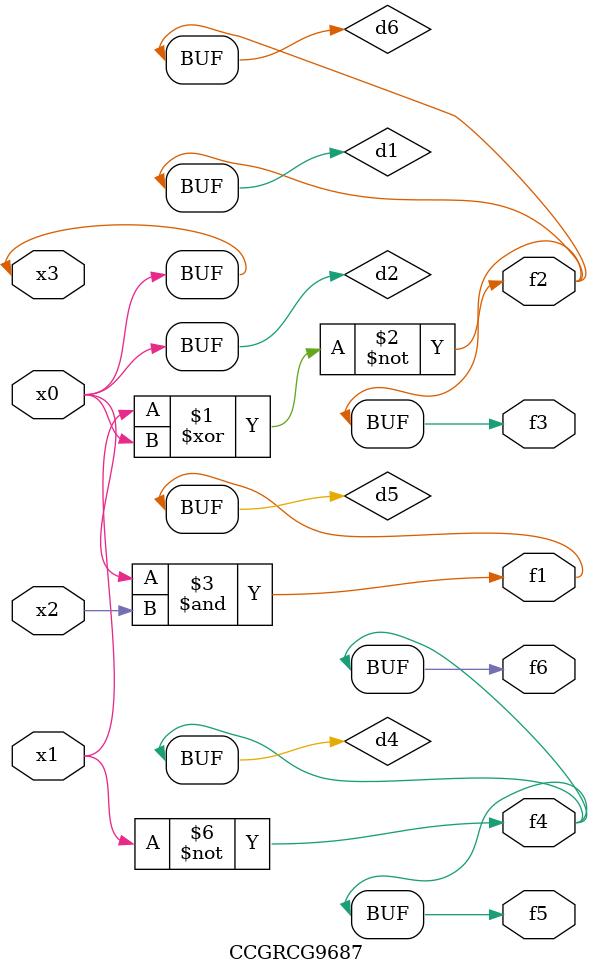
<source format=v>
module CCGRCG9687(
	input x0, x1, x2, x3,
	output f1, f2, f3, f4, f5, f6
);

	wire d1, d2, d3, d4, d5, d6;

	xnor (d1, x1, x3);
	buf (d2, x0, x3);
	nand (d3, x0, x2);
	not (d4, x1);
	nand (d5, d3);
	or (d6, d1);
	assign f1 = d5;
	assign f2 = d6;
	assign f3 = d6;
	assign f4 = d4;
	assign f5 = d4;
	assign f6 = d4;
endmodule

</source>
